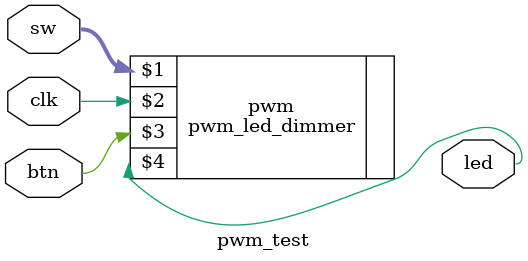
<source format=v>
`timescale 1ns / 1ps
module pwm_test(
	input wire [3:0] sw,
	input wire  btn,
	input wire clk,
	output wire led
    );
	pwm_led_dimmer pwm (sw, clk, btn, led);

endmodule

</source>
